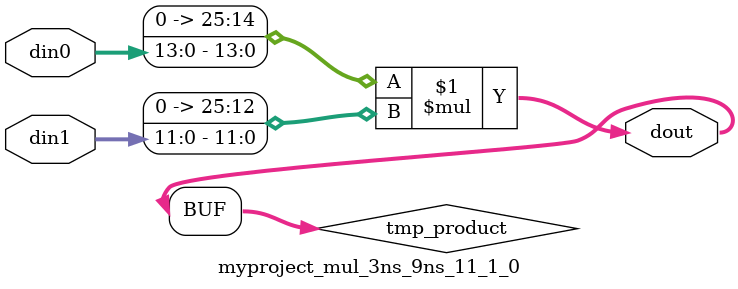
<source format=v>

`timescale 1 ns / 1 ps

  module myproject_mul_3ns_9ns_11_1_0(din0, din1, dout);
parameter ID = 1;
parameter NUM_STAGE = 0;
parameter din0_WIDTH = 14;
parameter din1_WIDTH = 12;
parameter dout_WIDTH = 26;

input [din0_WIDTH - 1 : 0] din0; 
input [din1_WIDTH - 1 : 0] din1; 
output [dout_WIDTH - 1 : 0] dout;

wire signed [dout_WIDTH - 1 : 0] tmp_product;










assign tmp_product = $signed({1'b0, din0}) * $signed({1'b0, din1});











assign dout = tmp_product;







endmodule

</source>
